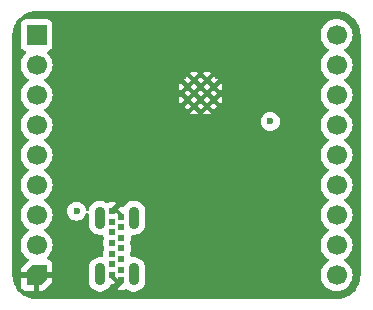
<source format=gbr>
%TF.GenerationSoftware,KiCad,Pcbnew,8.0.4*%
%TF.CreationDate,2024-07-30T11:12:02-04:00*%
%TF.ProjectId,esp32-c3-wroom-socket,65737033-322d-4633-932d-77726f6f6d2d,rev?*%
%TF.SameCoordinates,Original*%
%TF.FileFunction,Copper,L2,Inr*%
%TF.FilePolarity,Positive*%
%FSLAX46Y46*%
G04 Gerber Fmt 4.6, Leading zero omitted, Abs format (unit mm)*
G04 Created by KiCad (PCBNEW 8.0.4) date 2024-07-30 11:12:02*
%MOMM*%
%LPD*%
G01*
G04 APERTURE LIST*
G04 Aperture macros list*
%AMOutline5P*
0 Free polygon, 5 corners , with rotation*
0 The origin of the aperture is its center*
0 number of corners: always 5*
0 $1 to $10 corner X, Y*
0 $11 Rotation angle, in degrees counterclockwise*
0 create outline with 5 corners*
4,1,5,$1,$2,$3,$4,$5,$6,$7,$8,$9,$10,$1,$2,$11*%
%AMOutline6P*
0 Free polygon, 6 corners , with rotation*
0 The origin of the aperture is its center*
0 number of corners: always 6*
0 $1 to $12 corner X, Y*
0 $13 Rotation angle, in degrees counterclockwise*
0 create outline with 6 corners*
4,1,6,$1,$2,$3,$4,$5,$6,$7,$8,$9,$10,$11,$12,$1,$2,$13*%
%AMOutline7P*
0 Free polygon, 7 corners , with rotation*
0 The origin of the aperture is its center*
0 number of corners: always 7*
0 $1 to $14 corner X, Y*
0 $15 Rotation angle, in degrees counterclockwise*
0 create outline with 7 corners*
4,1,7,$1,$2,$3,$4,$5,$6,$7,$8,$9,$10,$11,$12,$13,$14,$1,$2,$15*%
%AMOutline8P*
0 Free polygon, 8 corners , with rotation*
0 The origin of the aperture is its center*
0 number of corners: always 8*
0 $1 to $16 corner X, Y*
0 $17 Rotation angle, in degrees counterclockwise*
0 create outline with 8 corners*
4,1,8,$1,$2,$3,$4,$5,$6,$7,$8,$9,$10,$11,$12,$13,$14,$15,$16,$1,$2,$17*%
G04 Aperture macros list end*
%TA.AperFunction,ComponentPad*%
%ADD10C,0.400000*%
%TD*%
%TA.AperFunction,ComponentPad*%
%ADD11C,0.609600*%
%TD*%
%TA.AperFunction,ComponentPad*%
%ADD12O,0.914400X1.905000*%
%TD*%
%TA.AperFunction,ComponentPad*%
%ADD13R,1.700000X1.700000*%
%TD*%
%TA.AperFunction,ComponentPad*%
%ADD14C,1.700000*%
%TD*%
%TA.AperFunction,ComponentPad*%
%ADD15Outline6P,-0.850000X0.340000X-0.340000X0.850000X0.850000X0.850000X0.850000X-0.340000X0.340000X-0.850000X-0.850000X-0.850000X0.000000*%
%TD*%
%TA.AperFunction,ViaPad*%
%ADD16C,0.600000*%
%TD*%
G04 APERTURE END LIST*
D10*
%TO.N,GND*%
%TO.C,U1*%
X157350000Y-63300000D03*
X158450000Y-63300000D03*
X156800000Y-63850000D03*
X157900000Y-63850000D03*
X159000000Y-63850000D03*
X157350000Y-64400000D03*
X158450000Y-64400000D03*
X156800000Y-64950000D03*
X157900000Y-64950000D03*
X159000000Y-64950000D03*
X157350000Y-65500000D03*
X158450000Y-65500000D03*
%TD*%
D11*
%TO.N,GND*%
%TO.C,J3*%
X150419999Y-79799999D03*
%TO.N,VBUS*%
X150419999Y-78899998D03*
%TO.N,Net-(J3-CC1)*%
X150419999Y-78000000D03*
%TO.N,USB_D+*%
X150419999Y-77099999D03*
%TO.N,USB_D-*%
X150419999Y-76199999D03*
%TO.N,VBUS*%
X150419999Y-75300000D03*
%TO.N,GND*%
X150419999Y-74400000D03*
X151200000Y-74850000D03*
%TO.N,VBUS*%
X151200000Y-75750000D03*
%TO.N,Net-(J3-CC2)*%
X151200000Y-76650000D03*
%TO.N,USB_D+*%
X151200000Y-77550000D03*
%TO.N,USB_D-*%
X151200000Y-78450000D03*
%TO.N,VBUS*%
X151200000Y-79350000D03*
%TO.N,GND*%
X151200000Y-80250000D03*
D12*
%TO.N,N/C*%
X149379999Y-79749999D03*
X152239999Y-79749999D03*
X149379999Y-74950000D03*
X152239999Y-74950000D03*
%TD*%
D13*
%TO.N,3V3*%
%TO.C,J2*%
X144010000Y-59480000D03*
D14*
%TO.N,EN*%
X144010000Y-62020000D03*
%TO.N,GPIO4*%
X144010000Y-64560000D03*
%TO.N,GPIO5*%
X144010000Y-67100000D03*
%TO.N,GPIO6*%
X144010000Y-69640000D03*
%TO.N,GPIO7*%
X144010000Y-72180000D03*
%TO.N,GPIO8*%
X144010000Y-74720000D03*
%TO.N,GPIO9*%
X144010000Y-77260000D03*
D15*
%TO.N,GND*%
X144010000Y-79800000D03*
D14*
%TO.N,GPIO10*%
X169410000Y-79800000D03*
%TO.N,UART-RX*%
X169410000Y-77260000D03*
%TO.N,UART-TX*%
X169410000Y-74720000D03*
%TO.N,USB_D-*%
X169410000Y-72180000D03*
%TO.N,USB_D+*%
X169410000Y-69640000D03*
%TO.N,GPIO3*%
X169410000Y-67100000D03*
%TO.N,GPIO2*%
X169410000Y-64560000D03*
%TO.N,GPIO1*%
X169410000Y-62020000D03*
%TO.N,GPIO0*%
X169410000Y-59480000D03*
%TD*%
D16*
%TO.N,GND*%
X163600000Y-75600000D03*
X151800000Y-64200000D03*
%TO.N,VBUS*%
X147400000Y-74400000D03*
%TO.N,USB_D-*%
X163800000Y-66800000D03*
%TD*%
%TA.AperFunction,Conductor*%
%TO.N,GND*%
G36*
X169414042Y-57440765D02*
G01*
X169436774Y-57442254D01*
X169668114Y-57457417D01*
X169684172Y-57459532D01*
X169929888Y-57508408D01*
X169945554Y-57512606D01*
X170096709Y-57563916D01*
X170182788Y-57593136D01*
X170197765Y-57599339D01*
X170415336Y-57706633D01*
X170422460Y-57710146D01*
X170436508Y-57718256D01*
X170644815Y-57857443D01*
X170657679Y-57867314D01*
X170846033Y-58032497D01*
X170857502Y-58043966D01*
X171022685Y-58232320D01*
X171032558Y-58245186D01*
X171050778Y-58272455D01*
X171171743Y-58453492D01*
X171179853Y-58467539D01*
X171290657Y-58692227D01*
X171296864Y-58707213D01*
X171377393Y-58944445D01*
X171381591Y-58960111D01*
X171430465Y-59205813D01*
X171432583Y-59221895D01*
X171449235Y-59475956D01*
X171449500Y-59484066D01*
X171449500Y-79795933D01*
X171449235Y-79804043D01*
X171432583Y-80058104D01*
X171430465Y-80074186D01*
X171381591Y-80319888D01*
X171377393Y-80335554D01*
X171296864Y-80572786D01*
X171290657Y-80587772D01*
X171179853Y-80812460D01*
X171171743Y-80826507D01*
X171032559Y-81034811D01*
X171022685Y-81047679D01*
X170857502Y-81236033D01*
X170846033Y-81247502D01*
X170657679Y-81412685D01*
X170644811Y-81422559D01*
X170436507Y-81561743D01*
X170422460Y-81569853D01*
X170197772Y-81680657D01*
X170182786Y-81686864D01*
X169945554Y-81767393D01*
X169929888Y-81771591D01*
X169684186Y-81820465D01*
X169668104Y-81822583D01*
X169414043Y-81839235D01*
X169405933Y-81839500D01*
X144014067Y-81839500D01*
X144005957Y-81839235D01*
X143751895Y-81822583D01*
X143735814Y-81820465D01*
X143700770Y-81813494D01*
X143490111Y-81771591D01*
X143474445Y-81767393D01*
X143237213Y-81686864D01*
X143222227Y-81680657D01*
X142997539Y-81569853D01*
X142983492Y-81561743D01*
X142775188Y-81422559D01*
X142762320Y-81412685D01*
X142573966Y-81247502D01*
X142562497Y-81236033D01*
X142481433Y-81143598D01*
X142397311Y-81047675D01*
X142387440Y-81034811D01*
X142385893Y-81032496D01*
X142248256Y-80826507D01*
X142240146Y-80812460D01*
X142170584Y-80671402D01*
X142129339Y-80587765D01*
X142123135Y-80572786D01*
X142106796Y-80524654D01*
X142096970Y-80495705D01*
X142042606Y-80335554D01*
X142038408Y-80319888D01*
X142027224Y-80263663D01*
X141989532Y-80074172D01*
X141987417Y-80058114D01*
X141970765Y-79804042D01*
X141970500Y-79795933D01*
X141970500Y-62019999D01*
X142654341Y-62019999D01*
X142654341Y-62020000D01*
X142674936Y-62255403D01*
X142674938Y-62255413D01*
X142736094Y-62483655D01*
X142736096Y-62483659D01*
X142736097Y-62483663D01*
X142829607Y-62684196D01*
X142835965Y-62697830D01*
X142835967Y-62697834D01*
X142971501Y-62891395D01*
X142971506Y-62891402D01*
X143138597Y-63058493D01*
X143138603Y-63058498D01*
X143324158Y-63188425D01*
X143367783Y-63243002D01*
X143374977Y-63312500D01*
X143343454Y-63374855D01*
X143324158Y-63391575D01*
X143138597Y-63521505D01*
X142971505Y-63688597D01*
X142835965Y-63882169D01*
X142835964Y-63882171D01*
X142736098Y-64096335D01*
X142736094Y-64096344D01*
X142674938Y-64324586D01*
X142674936Y-64324596D01*
X142654341Y-64559999D01*
X142654341Y-64560000D01*
X142674936Y-64795403D01*
X142674938Y-64795413D01*
X142736094Y-65023655D01*
X142736096Y-65023659D01*
X142736097Y-65023663D01*
X142826325Y-65217157D01*
X142835965Y-65237830D01*
X142835967Y-65237834D01*
X142971501Y-65431395D01*
X142971506Y-65431402D01*
X143138597Y-65598493D01*
X143138603Y-65598498D01*
X143324158Y-65728425D01*
X143367783Y-65783002D01*
X143374977Y-65852500D01*
X143343454Y-65914855D01*
X143324158Y-65931575D01*
X143138597Y-66061505D01*
X142971505Y-66228597D01*
X142835965Y-66422169D01*
X142835964Y-66422171D01*
X142736098Y-66636335D01*
X142736094Y-66636344D01*
X142674938Y-66864586D01*
X142674936Y-66864596D01*
X142654341Y-67099999D01*
X142654341Y-67100000D01*
X142674936Y-67335403D01*
X142674938Y-67335413D01*
X142736094Y-67563655D01*
X142736096Y-67563659D01*
X142736097Y-67563663D01*
X142835965Y-67777830D01*
X142835967Y-67777834D01*
X142971501Y-67971395D01*
X142971506Y-67971402D01*
X143138597Y-68138493D01*
X143138603Y-68138498D01*
X143324158Y-68268425D01*
X143367783Y-68323002D01*
X143374977Y-68392500D01*
X143343454Y-68454855D01*
X143324158Y-68471575D01*
X143138597Y-68601505D01*
X142971505Y-68768597D01*
X142835965Y-68962169D01*
X142835964Y-68962171D01*
X142736098Y-69176335D01*
X142736094Y-69176344D01*
X142674938Y-69404586D01*
X142674936Y-69404596D01*
X142654341Y-69639999D01*
X142654341Y-69640000D01*
X142674936Y-69875403D01*
X142674938Y-69875413D01*
X142736094Y-70103655D01*
X142736096Y-70103659D01*
X142736097Y-70103663D01*
X142835965Y-70317830D01*
X142835967Y-70317834D01*
X142971501Y-70511395D01*
X142971506Y-70511402D01*
X143138597Y-70678493D01*
X143138603Y-70678498D01*
X143324158Y-70808425D01*
X143367783Y-70863002D01*
X143374977Y-70932500D01*
X143343454Y-70994855D01*
X143324158Y-71011575D01*
X143138597Y-71141505D01*
X142971505Y-71308597D01*
X142835965Y-71502169D01*
X142835964Y-71502171D01*
X142736098Y-71716335D01*
X142736094Y-71716344D01*
X142674938Y-71944586D01*
X142674936Y-71944596D01*
X142654341Y-72179999D01*
X142654341Y-72180000D01*
X142674936Y-72415403D01*
X142674938Y-72415413D01*
X142736094Y-72643655D01*
X142736096Y-72643659D01*
X142736097Y-72643663D01*
X142835965Y-72857830D01*
X142835967Y-72857834D01*
X142971501Y-73051395D01*
X142971506Y-73051402D01*
X143138597Y-73218493D01*
X143138603Y-73218498D01*
X143324158Y-73348425D01*
X143367783Y-73403002D01*
X143374977Y-73472500D01*
X143343454Y-73534855D01*
X143324158Y-73551575D01*
X143138597Y-73681505D01*
X142971505Y-73848597D01*
X142835965Y-74042169D01*
X142835964Y-74042171D01*
X142736098Y-74256335D01*
X142736094Y-74256344D01*
X142674938Y-74484586D01*
X142674936Y-74484596D01*
X142654341Y-74719999D01*
X142654341Y-74720000D01*
X142674936Y-74955403D01*
X142674938Y-74955413D01*
X142736094Y-75183655D01*
X142736096Y-75183659D01*
X142736097Y-75183663D01*
X142835965Y-75397830D01*
X142835967Y-75397834D01*
X142971501Y-75591395D01*
X142971506Y-75591402D01*
X143138597Y-75758493D01*
X143138603Y-75758498D01*
X143324158Y-75888425D01*
X143367783Y-75943002D01*
X143374977Y-76012500D01*
X143343454Y-76074855D01*
X143324158Y-76091575D01*
X143138597Y-76221505D01*
X142971505Y-76388597D01*
X142835965Y-76582169D01*
X142835964Y-76582171D01*
X142736098Y-76796335D01*
X142736094Y-76796344D01*
X142674938Y-77024586D01*
X142674936Y-77024596D01*
X142654341Y-77259999D01*
X142654341Y-77260000D01*
X142674936Y-77495403D01*
X142674938Y-77495413D01*
X142736094Y-77723655D01*
X142736096Y-77723659D01*
X142736097Y-77723663D01*
X142819079Y-77901618D01*
X142835965Y-77937830D01*
X142835967Y-77937834D01*
X142925692Y-78065973D01*
X142971505Y-78131401D01*
X143138599Y-78298495D01*
X143297395Y-78409685D01*
X143341019Y-78464262D01*
X143348212Y-78533761D01*
X143316690Y-78596115D01*
X143313952Y-78598941D01*
X142777504Y-79135389D01*
X142777492Y-79135403D01*
X142725570Y-79202241D01*
X142725570Y-79202242D01*
X142670549Y-79335075D01*
X142660000Y-79419058D01*
X142660000Y-79550000D01*
X143576988Y-79550000D01*
X143544075Y-79607007D01*
X143510000Y-79734174D01*
X143510000Y-79865826D01*
X143544075Y-79992993D01*
X143576988Y-80050000D01*
X142660000Y-80050000D01*
X142660000Y-80697844D01*
X142666401Y-80757372D01*
X142666403Y-80757379D01*
X142716645Y-80892086D01*
X142716649Y-80892093D01*
X142802809Y-81007187D01*
X142802812Y-81007190D01*
X142917906Y-81093350D01*
X142917913Y-81093354D01*
X143052620Y-81143596D01*
X143052627Y-81143598D01*
X143112155Y-81149999D01*
X143112172Y-81150000D01*
X143760000Y-81150000D01*
X143760000Y-80233012D01*
X143817007Y-80265925D01*
X143944174Y-80300000D01*
X144075826Y-80300000D01*
X144202993Y-80265925D01*
X144260000Y-80233012D01*
X144260000Y-81150000D01*
X144390942Y-81150000D01*
X144390943Y-81149999D01*
X144474925Y-81139450D01*
X144607758Y-81084429D01*
X144674596Y-81032507D01*
X144674609Y-81032496D01*
X145242496Y-80464609D01*
X145242507Y-80464596D01*
X145294429Y-80397758D01*
X145294429Y-80397757D01*
X145349450Y-80264924D01*
X145359999Y-80180941D01*
X145360000Y-80180935D01*
X145360000Y-80050000D01*
X144443012Y-80050000D01*
X144475925Y-79992993D01*
X144510000Y-79865826D01*
X144510000Y-79734174D01*
X144475925Y-79607007D01*
X144443012Y-79550000D01*
X145360000Y-79550000D01*
X145360000Y-78902172D01*
X145359999Y-78902155D01*
X145353598Y-78842627D01*
X145353596Y-78842620D01*
X145303354Y-78707913D01*
X145303350Y-78707906D01*
X145217190Y-78592812D01*
X145217187Y-78592809D01*
X145102093Y-78506649D01*
X145102088Y-78506646D01*
X144970528Y-78457577D01*
X144914595Y-78415705D01*
X144890178Y-78350241D01*
X144905030Y-78281968D01*
X144926175Y-78253720D01*
X145048495Y-78131401D01*
X145184035Y-77937830D01*
X145283903Y-77723663D01*
X145345063Y-77495408D01*
X145365659Y-77260000D01*
X145345063Y-77024592D01*
X145283903Y-76796337D01*
X145184035Y-76582171D01*
X145153397Y-76538414D01*
X145048494Y-76388597D01*
X144881402Y-76221506D01*
X144881396Y-76221501D01*
X144695842Y-76091575D01*
X144652217Y-76036998D01*
X144645023Y-75967500D01*
X144676546Y-75905145D01*
X144695842Y-75888425D01*
X144718026Y-75872891D01*
X144881401Y-75758495D01*
X145048495Y-75591401D01*
X145184035Y-75397830D01*
X145283903Y-75183663D01*
X145345063Y-74955408D01*
X145365659Y-74720000D01*
X145345063Y-74484592D01*
X145322396Y-74399996D01*
X146594435Y-74399996D01*
X146594435Y-74400003D01*
X146614630Y-74579249D01*
X146614631Y-74579254D01*
X146674211Y-74749523D01*
X146770184Y-74902262D01*
X146897738Y-75029816D01*
X147050478Y-75125789D01*
X147215850Y-75183655D01*
X147220745Y-75185368D01*
X147220750Y-75185369D01*
X147399996Y-75205565D01*
X147400000Y-75205565D01*
X147400004Y-75205565D01*
X147579249Y-75185369D01*
X147579252Y-75185368D01*
X147579255Y-75185368D01*
X147749522Y-75125789D01*
X147902262Y-75029816D01*
X148029816Y-74902262D01*
X148125789Y-74749522D01*
X148181257Y-74591004D01*
X148221979Y-74534227D01*
X148286932Y-74508480D01*
X148355493Y-74521936D01*
X148405896Y-74570323D01*
X148422299Y-74631958D01*
X148422299Y-75539629D01*
X148459101Y-75724643D01*
X148459104Y-75724655D01*
X148531292Y-75898934D01*
X148531299Y-75898947D01*
X148636104Y-76055797D01*
X148636107Y-76055801D01*
X148769497Y-76189191D01*
X148769501Y-76189194D01*
X148926351Y-76293999D01*
X148926364Y-76294006D01*
X149092722Y-76362913D01*
X149100648Y-76366196D01*
X149273548Y-76400588D01*
X149285669Y-76402999D01*
X149285672Y-76403000D01*
X149285674Y-76403000D01*
X149474324Y-76403000D01*
X149521558Y-76393604D01*
X149591147Y-76399830D01*
X149646325Y-76442692D01*
X149662791Y-76474266D01*
X149689857Y-76551618D01*
X149710222Y-76584029D01*
X149729221Y-76651266D01*
X149710222Y-76715969D01*
X149689857Y-76748379D01*
X149629920Y-76919669D01*
X149629919Y-76919674D01*
X149609603Y-77099995D01*
X149609603Y-77100002D01*
X149629919Y-77280323D01*
X149629921Y-77280331D01*
X149689857Y-77451619D01*
X149710221Y-77484028D01*
X149729221Y-77551264D01*
X149710222Y-77615969D01*
X149689858Y-77648378D01*
X149629920Y-77819670D01*
X149629919Y-77819675D01*
X149609603Y-77999996D01*
X149609603Y-78000004D01*
X149627937Y-78162732D01*
X149615882Y-78231554D01*
X149568533Y-78282933D01*
X149500922Y-78300557D01*
X149480525Y-78298232D01*
X149474326Y-78296999D01*
X149474324Y-78296999D01*
X149285674Y-78296999D01*
X149285671Y-78296999D01*
X149100655Y-78333801D01*
X149100643Y-78333804D01*
X148926364Y-78405992D01*
X148926351Y-78405999D01*
X148769501Y-78510804D01*
X148769497Y-78510807D01*
X148636107Y-78644197D01*
X148636104Y-78644201D01*
X148531299Y-78801051D01*
X148531292Y-78801064D01*
X148459104Y-78975343D01*
X148459101Y-78975355D01*
X148422299Y-79160369D01*
X148422299Y-80339628D01*
X148459101Y-80524642D01*
X148459104Y-80524654D01*
X148531292Y-80698933D01*
X148531299Y-80698946D01*
X148636104Y-80855796D01*
X148636107Y-80855800D01*
X148769497Y-80989190D01*
X148769501Y-80989193D01*
X148926351Y-81093998D01*
X148926364Y-81094005D01*
X149100643Y-81166193D01*
X149100648Y-81166195D01*
X149285669Y-81202998D01*
X149285672Y-81202999D01*
X149285674Y-81202999D01*
X149474326Y-81202999D01*
X149474327Y-81202998D01*
X149659350Y-81166195D01*
X149833640Y-81094002D01*
X149990497Y-80989193D01*
X150123893Y-80855797D01*
X150228702Y-80698940D01*
X150236760Y-80679485D01*
X150280599Y-80625083D01*
X150346892Y-80603016D01*
X150365206Y-80603717D01*
X150426506Y-80610624D01*
X150427336Y-80610671D01*
X150479857Y-80616588D01*
X150681446Y-80415000D01*
X150681446Y-80414999D01*
X150374018Y-80107571D01*
X150340533Y-80046248D01*
X150337699Y-80019890D01*
X150337699Y-79985851D01*
X150379580Y-80003199D01*
X150460418Y-80003199D01*
X150535103Y-79972264D01*
X150592264Y-79915103D01*
X150602214Y-79891081D01*
X150694725Y-79983592D01*
X150694731Y-79983597D01*
X150848374Y-80080138D01*
X150848377Y-80080140D01*
X150848381Y-80080141D01*
X150848382Y-80080142D01*
X150925158Y-80107007D01*
X151019670Y-80140078D01*
X151019675Y-80140079D01*
X151025324Y-80140715D01*
X150996800Y-80209581D01*
X150996800Y-80290419D01*
X151027735Y-80365104D01*
X151084896Y-80422265D01*
X151159581Y-80453200D01*
X151240419Y-80453200D01*
X151299259Y-80428828D01*
X151293275Y-80495705D01*
X151265566Y-80537985D01*
X150833410Y-80970141D01*
X150848597Y-80979685D01*
X150848601Y-80979687D01*
X151019784Y-81039587D01*
X151199997Y-81059892D01*
X151200003Y-81059892D01*
X151380214Y-81039587D01*
X151534919Y-80985453D01*
X151604698Y-80981891D01*
X151644764Y-80999391D01*
X151786358Y-81094002D01*
X151786360Y-81094003D01*
X151786364Y-81094005D01*
X151960643Y-81166193D01*
X151960648Y-81166195D01*
X152145669Y-81202998D01*
X152145672Y-81202999D01*
X152145674Y-81202999D01*
X152334326Y-81202999D01*
X152334327Y-81202998D01*
X152519350Y-81166195D01*
X152693640Y-81094002D01*
X152850497Y-80989193D01*
X152983893Y-80855797D01*
X153088702Y-80698940D01*
X153160895Y-80524650D01*
X153197699Y-80339624D01*
X153197699Y-79160374D01*
X153197699Y-79160371D01*
X153197698Y-79160369D01*
X153190100Y-79122171D01*
X153160895Y-78975348D01*
X153130578Y-78902155D01*
X153088705Y-78801064D01*
X153088698Y-78801051D01*
X152983893Y-78644201D01*
X152983890Y-78644197D01*
X152850500Y-78510807D01*
X152850496Y-78510804D01*
X152693646Y-78405999D01*
X152693633Y-78405992D01*
X152519354Y-78333804D01*
X152519342Y-78333801D01*
X152334327Y-78296999D01*
X152334324Y-78296999D01*
X152145674Y-78296999D01*
X152114796Y-78303141D01*
X152045205Y-78296912D01*
X151990028Y-78254049D01*
X151973565Y-78222480D01*
X151930142Y-78098382D01*
X151909778Y-78065973D01*
X151890777Y-77998737D01*
X151909778Y-77934027D01*
X151930142Y-77901618D01*
X151990077Y-77730332D01*
X151990078Y-77730330D01*
X151990829Y-77723664D01*
X152010396Y-77550003D01*
X152010396Y-77549996D01*
X151990079Y-77369675D01*
X151990077Y-77369667D01*
X151930142Y-77198381D01*
X151909778Y-77165973D01*
X151890777Y-77098737D01*
X151909778Y-77034027D01*
X151930142Y-77001618D01*
X151990077Y-76830332D01*
X151990078Y-76830330D01*
X151990079Y-76830324D01*
X152010396Y-76650003D01*
X152010396Y-76649997D01*
X152002963Y-76584029D01*
X151997823Y-76538412D01*
X152009877Y-76469592D01*
X152057226Y-76418213D01*
X152124836Y-76400588D01*
X152145236Y-76402912D01*
X152145674Y-76403000D01*
X152334326Y-76403000D01*
X152334327Y-76402999D01*
X152519350Y-76366196D01*
X152693640Y-76294003D01*
X152850497Y-76189194D01*
X152983893Y-76055798D01*
X153088702Y-75898941D01*
X153160895Y-75724651D01*
X153197699Y-75539625D01*
X153197699Y-74360375D01*
X153197699Y-74360372D01*
X153197698Y-74360370D01*
X153182685Y-74284896D01*
X153160895Y-74175349D01*
X153155610Y-74162590D01*
X153088705Y-74001065D01*
X153088698Y-74001052D01*
X152983893Y-73844202D01*
X152983890Y-73844198D01*
X152850500Y-73710808D01*
X152850496Y-73710805D01*
X152693646Y-73606000D01*
X152693633Y-73605993D01*
X152519354Y-73533805D01*
X152519342Y-73533802D01*
X152334327Y-73497000D01*
X152334324Y-73497000D01*
X152145674Y-73497000D01*
X152145671Y-73497000D01*
X151960655Y-73533802D01*
X151960643Y-73533805D01*
X151786364Y-73605993D01*
X151786351Y-73606000D01*
X151629501Y-73710805D01*
X151629497Y-73710808D01*
X151496107Y-73844198D01*
X151496104Y-73844202D01*
X151395588Y-73994635D01*
X151341976Y-74039440D01*
X151278602Y-74048964D01*
X151193502Y-74039375D01*
X151192655Y-74039328D01*
X151140140Y-74033411D01*
X150938553Y-74234999D01*
X151245980Y-74542426D01*
X151279465Y-74603749D01*
X151282299Y-74630107D01*
X151282299Y-74664146D01*
X151240419Y-74646800D01*
X151159581Y-74646800D01*
X151084896Y-74677735D01*
X151027735Y-74734896D01*
X151017784Y-74758918D01*
X150925273Y-74666407D01*
X150925267Y-74666402D01*
X150771624Y-74569861D01*
X150771621Y-74569859D01*
X150600328Y-74509921D01*
X150600324Y-74509920D01*
X150594674Y-74509283D01*
X150623199Y-74440419D01*
X150623199Y-74359581D01*
X150592264Y-74284896D01*
X150535103Y-74227735D01*
X150460418Y-74196800D01*
X150379580Y-74196800D01*
X150312894Y-74224421D01*
X150318427Y-74162590D01*
X150346136Y-74120308D01*
X150419999Y-74046446D01*
X150786586Y-73679857D01*
X150786587Y-73679857D01*
X150771395Y-73670312D01*
X150600214Y-73610412D01*
X150420002Y-73590108D01*
X150419996Y-73590108D01*
X150239786Y-73610412D01*
X150068597Y-73670313D01*
X150065151Y-73672479D01*
X150062612Y-73673196D01*
X150062328Y-73673333D01*
X150062304Y-73673283D01*
X149997913Y-73691472D01*
X149931079Y-73671099D01*
X149930298Y-73670581D01*
X149833646Y-73606000D01*
X149833633Y-73605993D01*
X149659354Y-73533805D01*
X149659342Y-73533802D01*
X149474327Y-73497000D01*
X149474324Y-73497000D01*
X149285674Y-73497000D01*
X149285671Y-73497000D01*
X149100655Y-73533802D01*
X149100643Y-73533805D01*
X148926364Y-73605993D01*
X148926351Y-73606000D01*
X148769501Y-73710805D01*
X148769497Y-73710808D01*
X148636107Y-73844198D01*
X148636104Y-73844202D01*
X148531299Y-74001052D01*
X148531292Y-74001065D01*
X148459104Y-74175344D01*
X148459101Y-74175354D01*
X148436648Y-74288234D01*
X148404263Y-74350145D01*
X148343547Y-74384719D01*
X148273778Y-74380979D01*
X148217106Y-74340112D01*
X148191811Y-74277925D01*
X148185369Y-74220750D01*
X148185368Y-74220745D01*
X148169483Y-74175349D01*
X148125789Y-74050478D01*
X148120569Y-74042171D01*
X148029815Y-73897737D01*
X147902262Y-73770184D01*
X147749523Y-73674211D01*
X147579254Y-73614631D01*
X147579249Y-73614630D01*
X147400004Y-73594435D01*
X147399996Y-73594435D01*
X147220750Y-73614630D01*
X147220745Y-73614631D01*
X147050476Y-73674211D01*
X146897737Y-73770184D01*
X146770184Y-73897737D01*
X146674211Y-74050476D01*
X146614631Y-74220745D01*
X146614630Y-74220750D01*
X146594435Y-74399996D01*
X145322396Y-74399996D01*
X145283903Y-74256337D01*
X145184035Y-74042171D01*
X145182078Y-74039375D01*
X145048494Y-73848597D01*
X144881402Y-73681506D01*
X144881396Y-73681501D01*
X144695842Y-73551575D01*
X144652217Y-73496998D01*
X144645023Y-73427500D01*
X144676546Y-73365145D01*
X144695842Y-73348425D01*
X144718026Y-73332891D01*
X144881401Y-73218495D01*
X145048495Y-73051401D01*
X145184035Y-72857830D01*
X145283903Y-72643663D01*
X145345063Y-72415408D01*
X145365659Y-72180000D01*
X145345063Y-71944592D01*
X145283903Y-71716337D01*
X145184035Y-71502171D01*
X145048495Y-71308599D01*
X145048494Y-71308597D01*
X144881402Y-71141506D01*
X144881396Y-71141501D01*
X144695842Y-71011575D01*
X144652217Y-70956998D01*
X144645023Y-70887500D01*
X144676546Y-70825145D01*
X144695842Y-70808425D01*
X144718026Y-70792891D01*
X144881401Y-70678495D01*
X145048495Y-70511401D01*
X145184035Y-70317830D01*
X145283903Y-70103663D01*
X145345063Y-69875408D01*
X145365659Y-69640000D01*
X145345063Y-69404592D01*
X145283903Y-69176337D01*
X145184035Y-68962171D01*
X145048495Y-68768599D01*
X145048494Y-68768597D01*
X144881402Y-68601506D01*
X144881396Y-68601501D01*
X144695842Y-68471575D01*
X144652217Y-68416998D01*
X144645023Y-68347500D01*
X144676546Y-68285145D01*
X144695842Y-68268425D01*
X144718026Y-68252891D01*
X144881401Y-68138495D01*
X145048495Y-67971401D01*
X145184035Y-67777830D01*
X145283903Y-67563663D01*
X145345063Y-67335408D01*
X145365659Y-67100000D01*
X145345063Y-66864592D01*
X145327755Y-66799996D01*
X162994435Y-66799996D01*
X162994435Y-66800003D01*
X163014630Y-66979249D01*
X163014631Y-66979254D01*
X163074211Y-67149523D01*
X163170184Y-67302262D01*
X163297738Y-67429816D01*
X163450478Y-67525789D01*
X163558693Y-67563655D01*
X163620745Y-67585368D01*
X163620750Y-67585369D01*
X163799996Y-67605565D01*
X163800000Y-67605565D01*
X163800004Y-67605565D01*
X163979249Y-67585369D01*
X163979252Y-67585368D01*
X163979255Y-67585368D01*
X164149522Y-67525789D01*
X164302262Y-67429816D01*
X164429816Y-67302262D01*
X164525789Y-67149522D01*
X164585368Y-66979255D01*
X164598287Y-66864596D01*
X164605565Y-66800003D01*
X164605565Y-66799996D01*
X164585369Y-66620750D01*
X164585368Y-66620745D01*
X164525788Y-66450476D01*
X164429815Y-66297737D01*
X164302262Y-66170184D01*
X164149523Y-66074211D01*
X163979254Y-66014631D01*
X163979249Y-66014630D01*
X163800004Y-65994435D01*
X163799996Y-65994435D01*
X163620750Y-66014630D01*
X163620745Y-66014631D01*
X163450476Y-66074211D01*
X163297737Y-66170184D01*
X163170184Y-66297737D01*
X163074211Y-66450476D01*
X163014631Y-66620745D01*
X163014630Y-66620750D01*
X162994435Y-66799996D01*
X145327755Y-66799996D01*
X145283903Y-66636337D01*
X145184035Y-66422171D01*
X145096907Y-66297738D01*
X145048494Y-66228597D01*
X144935697Y-66115801D01*
X157017039Y-66115801D01*
X157099955Y-66159318D01*
X157265006Y-66200000D01*
X157434994Y-66200000D01*
X157600044Y-66159318D01*
X157682959Y-66115801D01*
X158117039Y-66115801D01*
X158199955Y-66159318D01*
X158365006Y-66200000D01*
X158534994Y-66200000D01*
X158700044Y-66159318D01*
X158782959Y-66115801D01*
X158450001Y-65782843D01*
X158450000Y-65782843D01*
X158117039Y-66115801D01*
X157682959Y-66115801D01*
X157350001Y-65782843D01*
X157350000Y-65782843D01*
X157017039Y-66115801D01*
X144935697Y-66115801D01*
X144881402Y-66061506D01*
X144881396Y-66061501D01*
X144695842Y-65931575D01*
X144652217Y-65876998D01*
X144645023Y-65807500D01*
X144676546Y-65745145D01*
X144695842Y-65728425D01*
X144840457Y-65627164D01*
X144881401Y-65598495D01*
X144914095Y-65565801D01*
X156467039Y-65565801D01*
X156549953Y-65609317D01*
X156589193Y-65618989D01*
X156649574Y-65654144D01*
X156675461Y-65695414D01*
X156725629Y-65827694D01*
X156731277Y-65835878D01*
X157067157Y-65500000D01*
X157067157Y-65499999D01*
X157037321Y-65470163D01*
X157200000Y-65470163D01*
X157200000Y-65529837D01*
X157222836Y-65584968D01*
X157265032Y-65627164D01*
X157320163Y-65650000D01*
X157379837Y-65650000D01*
X157434968Y-65627164D01*
X157477164Y-65584968D01*
X157500000Y-65529837D01*
X157500000Y-65500000D01*
X157632843Y-65500000D01*
X157900000Y-65767157D01*
X158167157Y-65500000D01*
X158137320Y-65470163D01*
X158300000Y-65470163D01*
X158300000Y-65529837D01*
X158322836Y-65584968D01*
X158365032Y-65627164D01*
X158420163Y-65650000D01*
X158479837Y-65650000D01*
X158534968Y-65627164D01*
X158577164Y-65584968D01*
X158600000Y-65529837D01*
X158600000Y-65500000D01*
X158732843Y-65500000D01*
X159068721Y-65835879D01*
X159074371Y-65827693D01*
X159124538Y-65695415D01*
X159166716Y-65639712D01*
X159210807Y-65618989D01*
X159250043Y-65609318D01*
X159332959Y-65565801D01*
X159000000Y-65232843D01*
X158732843Y-65500000D01*
X158600000Y-65500000D01*
X158600000Y-65470163D01*
X158577164Y-65415032D01*
X158534968Y-65372836D01*
X158479837Y-65350000D01*
X158420163Y-65350000D01*
X158365032Y-65372836D01*
X158322836Y-65415032D01*
X158300000Y-65470163D01*
X158137320Y-65470163D01*
X157900000Y-65232843D01*
X157632843Y-65500000D01*
X157500000Y-65500000D01*
X157500000Y-65470163D01*
X157477164Y-65415032D01*
X157434968Y-65372836D01*
X157379837Y-65350000D01*
X157320163Y-65350000D01*
X157265032Y-65372836D01*
X157222836Y-65415032D01*
X157200000Y-65470163D01*
X157037321Y-65470163D01*
X156800001Y-65232843D01*
X156800000Y-65232843D01*
X156467039Y-65565801D01*
X144914095Y-65565801D01*
X145048495Y-65431401D01*
X145184035Y-65237830D01*
X145283903Y-65023663D01*
X145303641Y-64949999D01*
X156094859Y-64949999D01*
X156094859Y-64950000D01*
X156115348Y-65118748D01*
X156115349Y-65118751D01*
X156175629Y-65277694D01*
X156181277Y-65285878D01*
X156517157Y-64950000D01*
X156517157Y-64949999D01*
X156487321Y-64920163D01*
X156650000Y-64920163D01*
X156650000Y-64979837D01*
X156672836Y-65034968D01*
X156715032Y-65077164D01*
X156770163Y-65100000D01*
X156829837Y-65100000D01*
X156884968Y-65077164D01*
X156927164Y-65034968D01*
X156950000Y-64979837D01*
X156950000Y-64950000D01*
X157082843Y-64950000D01*
X157350000Y-65217157D01*
X157617157Y-64950000D01*
X157587320Y-64920163D01*
X157750000Y-64920163D01*
X157750000Y-64979837D01*
X157772836Y-65034968D01*
X157815032Y-65077164D01*
X157870163Y-65100000D01*
X157929837Y-65100000D01*
X157984968Y-65077164D01*
X158027164Y-65034968D01*
X158050000Y-64979837D01*
X158050000Y-64950000D01*
X158182843Y-64950000D01*
X158450000Y-65217157D01*
X158717157Y-64950000D01*
X158687320Y-64920163D01*
X158850000Y-64920163D01*
X158850000Y-64979837D01*
X158872836Y-65034968D01*
X158915032Y-65077164D01*
X158970163Y-65100000D01*
X159029837Y-65100000D01*
X159084968Y-65077164D01*
X159127164Y-65034968D01*
X159150000Y-64979837D01*
X159150000Y-64949999D01*
X159282843Y-64949999D01*
X159282843Y-64950001D01*
X159618721Y-65285879D01*
X159624370Y-65277694D01*
X159684650Y-65118751D01*
X159684651Y-65118748D01*
X159705141Y-64950000D01*
X159705141Y-64949999D01*
X159684651Y-64781251D01*
X159684650Y-64781245D01*
X159624371Y-64622305D01*
X159618722Y-64614120D01*
X159282843Y-64949999D01*
X159150000Y-64949999D01*
X159150000Y-64920163D01*
X159127164Y-64865032D01*
X159084968Y-64822836D01*
X159029837Y-64800000D01*
X158970163Y-64800000D01*
X158915032Y-64822836D01*
X158872836Y-64865032D01*
X158850000Y-64920163D01*
X158687320Y-64920163D01*
X158450000Y-64682843D01*
X158182843Y-64950000D01*
X158050000Y-64950000D01*
X158050000Y-64920163D01*
X158027164Y-64865032D01*
X157984968Y-64822836D01*
X157929837Y-64800000D01*
X157870163Y-64800000D01*
X157815032Y-64822836D01*
X157772836Y-64865032D01*
X157750000Y-64920163D01*
X157587320Y-64920163D01*
X157350000Y-64682843D01*
X157082843Y-64950000D01*
X156950000Y-64950000D01*
X156950000Y-64920163D01*
X156927164Y-64865032D01*
X156884968Y-64822836D01*
X156829837Y-64800000D01*
X156770163Y-64800000D01*
X156715032Y-64822836D01*
X156672836Y-64865032D01*
X156650000Y-64920163D01*
X156487321Y-64920163D01*
X156181277Y-64614119D01*
X156175629Y-64622303D01*
X156175628Y-64622306D01*
X156115349Y-64781245D01*
X156115348Y-64781251D01*
X156094859Y-64949999D01*
X145303641Y-64949999D01*
X145345063Y-64795408D01*
X145365659Y-64560000D01*
X145351660Y-64400000D01*
X156532843Y-64400000D01*
X156800000Y-64667157D01*
X157067157Y-64400000D01*
X157037320Y-64370163D01*
X157200000Y-64370163D01*
X157200000Y-64429837D01*
X157222836Y-64484968D01*
X157265032Y-64527164D01*
X157320163Y-64550000D01*
X157379837Y-64550000D01*
X157434968Y-64527164D01*
X157477164Y-64484968D01*
X157500000Y-64429837D01*
X157500000Y-64400000D01*
X157632843Y-64400000D01*
X157900000Y-64667157D01*
X158167157Y-64400000D01*
X158137320Y-64370163D01*
X158300000Y-64370163D01*
X158300000Y-64429837D01*
X158322836Y-64484968D01*
X158365032Y-64527164D01*
X158420163Y-64550000D01*
X158479837Y-64550000D01*
X158534968Y-64527164D01*
X158577164Y-64484968D01*
X158600000Y-64429837D01*
X158600000Y-64400000D01*
X158732843Y-64400000D01*
X159000000Y-64667157D01*
X159267157Y-64400000D01*
X159000000Y-64132843D01*
X158732843Y-64400000D01*
X158600000Y-64400000D01*
X158600000Y-64370163D01*
X158577164Y-64315032D01*
X158534968Y-64272836D01*
X158479837Y-64250000D01*
X158420163Y-64250000D01*
X158365032Y-64272836D01*
X158322836Y-64315032D01*
X158300000Y-64370163D01*
X158137320Y-64370163D01*
X157900000Y-64132843D01*
X157632843Y-64400000D01*
X157500000Y-64400000D01*
X157500000Y-64370163D01*
X157477164Y-64315032D01*
X157434968Y-64272836D01*
X157379837Y-64250000D01*
X157320163Y-64250000D01*
X157265032Y-64272836D01*
X157222836Y-64315032D01*
X157200000Y-64370163D01*
X157037320Y-64370163D01*
X156800000Y-64132843D01*
X156532843Y-64400000D01*
X145351660Y-64400000D01*
X145345063Y-64324592D01*
X145283903Y-64096337D01*
X145184035Y-63882171D01*
X145161510Y-63850001D01*
X145161509Y-63849999D01*
X156094859Y-63849999D01*
X156094859Y-63850000D01*
X156115348Y-64018748D01*
X156115349Y-64018751D01*
X156175629Y-64177694D01*
X156181277Y-64185878D01*
X156517157Y-63850000D01*
X156517157Y-63849999D01*
X156487321Y-63820163D01*
X156650000Y-63820163D01*
X156650000Y-63879837D01*
X156672836Y-63934968D01*
X156715032Y-63977164D01*
X156770163Y-64000000D01*
X156829837Y-64000000D01*
X156884968Y-63977164D01*
X156927164Y-63934968D01*
X156950000Y-63879837D01*
X156950000Y-63850000D01*
X157082843Y-63850000D01*
X157350000Y-64117157D01*
X157617157Y-63850000D01*
X157587320Y-63820163D01*
X157750000Y-63820163D01*
X157750000Y-63879837D01*
X157772836Y-63934968D01*
X157815032Y-63977164D01*
X157870163Y-64000000D01*
X157929837Y-64000000D01*
X157984968Y-63977164D01*
X158027164Y-63934968D01*
X158050000Y-63879837D01*
X158050000Y-63850000D01*
X158182843Y-63850000D01*
X158450000Y-64117157D01*
X158717157Y-63850000D01*
X158687320Y-63820163D01*
X158850000Y-63820163D01*
X158850000Y-63879837D01*
X158872836Y-63934968D01*
X158915032Y-63977164D01*
X158970163Y-64000000D01*
X159029837Y-64000000D01*
X159084968Y-63977164D01*
X159127164Y-63934968D01*
X159150000Y-63879837D01*
X159150000Y-63849999D01*
X159282843Y-63849999D01*
X159282843Y-63850001D01*
X159618721Y-64185879D01*
X159624370Y-64177694D01*
X159684650Y-64018751D01*
X159684651Y-64018748D01*
X159705141Y-63850000D01*
X159705141Y-63849999D01*
X159684651Y-63681251D01*
X159684650Y-63681245D01*
X159624371Y-63522305D01*
X159618722Y-63514120D01*
X159282843Y-63849999D01*
X159150000Y-63849999D01*
X159150000Y-63820163D01*
X159127164Y-63765032D01*
X159084968Y-63722836D01*
X159029837Y-63700000D01*
X158970163Y-63700000D01*
X158915032Y-63722836D01*
X158872836Y-63765032D01*
X158850000Y-63820163D01*
X158687320Y-63820163D01*
X158450000Y-63582843D01*
X158182843Y-63850000D01*
X158050000Y-63850000D01*
X158050000Y-63820163D01*
X158027164Y-63765032D01*
X157984968Y-63722836D01*
X157929837Y-63700000D01*
X157870163Y-63700000D01*
X157815032Y-63722836D01*
X157772836Y-63765032D01*
X157750000Y-63820163D01*
X157587320Y-63820163D01*
X157350000Y-63582843D01*
X157082843Y-63850000D01*
X156950000Y-63850000D01*
X156950000Y-63820163D01*
X156927164Y-63765032D01*
X156884968Y-63722836D01*
X156829837Y-63700000D01*
X156770163Y-63700000D01*
X156715032Y-63722836D01*
X156672836Y-63765032D01*
X156650000Y-63820163D01*
X156487321Y-63820163D01*
X156181277Y-63514119D01*
X156175629Y-63522303D01*
X156175628Y-63522306D01*
X156115349Y-63681245D01*
X156115348Y-63681251D01*
X156094859Y-63849999D01*
X145161509Y-63849999D01*
X145048494Y-63688597D01*
X144881402Y-63521506D01*
X144881396Y-63521501D01*
X144695842Y-63391575D01*
X144652217Y-63336998D01*
X144645023Y-63267500D01*
X144661860Y-63234196D01*
X156467039Y-63234196D01*
X156800000Y-63567157D01*
X157067157Y-63300000D01*
X157067157Y-63299999D01*
X157037321Y-63270163D01*
X157200000Y-63270163D01*
X157200000Y-63329837D01*
X157222836Y-63384968D01*
X157265032Y-63427164D01*
X157320163Y-63450000D01*
X157379837Y-63450000D01*
X157434968Y-63427164D01*
X157477164Y-63384968D01*
X157500000Y-63329837D01*
X157500000Y-63300000D01*
X157632843Y-63300000D01*
X157900000Y-63567157D01*
X158167157Y-63300000D01*
X158137320Y-63270163D01*
X158300000Y-63270163D01*
X158300000Y-63329837D01*
X158322836Y-63384968D01*
X158365032Y-63427164D01*
X158420163Y-63450000D01*
X158479837Y-63450000D01*
X158534968Y-63427164D01*
X158577164Y-63384968D01*
X158600000Y-63329837D01*
X158600000Y-63299999D01*
X158732843Y-63299999D01*
X158732843Y-63300000D01*
X159000000Y-63567157D01*
X159000001Y-63567157D01*
X159332959Y-63234197D01*
X159332959Y-63234196D01*
X159250044Y-63190681D01*
X159250042Y-63190680D01*
X159210803Y-63181008D01*
X159150423Y-63145851D01*
X159124538Y-63104583D01*
X159074371Y-62972305D01*
X159068722Y-62964120D01*
X159068721Y-62964120D01*
X158732843Y-63299999D01*
X158600000Y-63299999D01*
X158600000Y-63270163D01*
X158577164Y-63215032D01*
X158534968Y-63172836D01*
X158479837Y-63150000D01*
X158420163Y-63150000D01*
X158365032Y-63172836D01*
X158322836Y-63215032D01*
X158300000Y-63270163D01*
X158137320Y-63270163D01*
X157900000Y-63032843D01*
X157632843Y-63300000D01*
X157500000Y-63300000D01*
X157500000Y-63270163D01*
X157477164Y-63215032D01*
X157434968Y-63172836D01*
X157379837Y-63150000D01*
X157320163Y-63150000D01*
X157265032Y-63172836D01*
X157222836Y-63215032D01*
X157200000Y-63270163D01*
X157037321Y-63270163D01*
X156731277Y-62964119D01*
X156725629Y-62972303D01*
X156725629Y-62972304D01*
X156675461Y-63104584D01*
X156633282Y-63160286D01*
X156589197Y-63181008D01*
X156549955Y-63190681D01*
X156549951Y-63190682D01*
X156467039Y-63234196D01*
X144661860Y-63234196D01*
X144676546Y-63205145D01*
X144695842Y-63188425D01*
X144718105Y-63172836D01*
X144881401Y-63058495D01*
X145048495Y-62891401D01*
X145184035Y-62697830D01*
X145190393Y-62684196D01*
X157017039Y-62684196D01*
X157350000Y-63017157D01*
X157350001Y-63017157D01*
X157682959Y-62684197D01*
X157682959Y-62684196D01*
X158117039Y-62684196D01*
X158450000Y-63017157D01*
X158450001Y-63017157D01*
X158782959Y-62684197D01*
X158782959Y-62684196D01*
X158700046Y-62640682D01*
X158534994Y-62600000D01*
X158365006Y-62600000D01*
X158199951Y-62640682D01*
X158117039Y-62684196D01*
X157682959Y-62684196D01*
X157600046Y-62640682D01*
X157434994Y-62600000D01*
X157265006Y-62600000D01*
X157099951Y-62640682D01*
X157017039Y-62684196D01*
X145190393Y-62684196D01*
X145283903Y-62483663D01*
X145345063Y-62255408D01*
X145365659Y-62020000D01*
X145345063Y-61784592D01*
X145283903Y-61556337D01*
X145184035Y-61342171D01*
X145048495Y-61148599D01*
X144926567Y-61026671D01*
X144893084Y-60965351D01*
X144898068Y-60895659D01*
X144939939Y-60839725D01*
X144970915Y-60822810D01*
X145102331Y-60773796D01*
X145217546Y-60687546D01*
X145303796Y-60572331D01*
X145354091Y-60437483D01*
X145360500Y-60377873D01*
X145360499Y-59479999D01*
X168054341Y-59479999D01*
X168054341Y-59480000D01*
X168074936Y-59715403D01*
X168074938Y-59715413D01*
X168136094Y-59943655D01*
X168136096Y-59943659D01*
X168136097Y-59943663D01*
X168235965Y-60157830D01*
X168235967Y-60157834D01*
X168371501Y-60351395D01*
X168371506Y-60351402D01*
X168538597Y-60518493D01*
X168538603Y-60518498D01*
X168724158Y-60648425D01*
X168767783Y-60703002D01*
X168774977Y-60772500D01*
X168743454Y-60834855D01*
X168724158Y-60851575D01*
X168538597Y-60981505D01*
X168371505Y-61148597D01*
X168235965Y-61342169D01*
X168235964Y-61342171D01*
X168136098Y-61556335D01*
X168136094Y-61556344D01*
X168074938Y-61784586D01*
X168074936Y-61784596D01*
X168054341Y-62019999D01*
X168054341Y-62020000D01*
X168074936Y-62255403D01*
X168074938Y-62255413D01*
X168136094Y-62483655D01*
X168136096Y-62483659D01*
X168136097Y-62483663D01*
X168229607Y-62684196D01*
X168235965Y-62697830D01*
X168235967Y-62697834D01*
X168371501Y-62891395D01*
X168371506Y-62891402D01*
X168538597Y-63058493D01*
X168538603Y-63058498D01*
X168724158Y-63188425D01*
X168767783Y-63243002D01*
X168774977Y-63312500D01*
X168743454Y-63374855D01*
X168724158Y-63391575D01*
X168538597Y-63521505D01*
X168371505Y-63688597D01*
X168235965Y-63882169D01*
X168235964Y-63882171D01*
X168136098Y-64096335D01*
X168136094Y-64096344D01*
X168074938Y-64324586D01*
X168074936Y-64324596D01*
X168054341Y-64559999D01*
X168054341Y-64560000D01*
X168074936Y-64795403D01*
X168074938Y-64795413D01*
X168136094Y-65023655D01*
X168136096Y-65023659D01*
X168136097Y-65023663D01*
X168226325Y-65217157D01*
X168235965Y-65237830D01*
X168235967Y-65237834D01*
X168371501Y-65431395D01*
X168371506Y-65431402D01*
X168538597Y-65598493D01*
X168538603Y-65598498D01*
X168724158Y-65728425D01*
X168767783Y-65783002D01*
X168774977Y-65852500D01*
X168743454Y-65914855D01*
X168724158Y-65931575D01*
X168538597Y-66061505D01*
X168371505Y-66228597D01*
X168235965Y-66422169D01*
X168235964Y-66422171D01*
X168136098Y-66636335D01*
X168136094Y-66636344D01*
X168074938Y-66864586D01*
X168074936Y-66864596D01*
X168054341Y-67099999D01*
X168054341Y-67100000D01*
X168074936Y-67335403D01*
X168074938Y-67335413D01*
X168136094Y-67563655D01*
X168136096Y-67563659D01*
X168136097Y-67563663D01*
X168235965Y-67777830D01*
X168235967Y-67777834D01*
X168371501Y-67971395D01*
X168371506Y-67971402D01*
X168538597Y-68138493D01*
X168538603Y-68138498D01*
X168724158Y-68268425D01*
X168767783Y-68323002D01*
X168774977Y-68392500D01*
X168743454Y-68454855D01*
X168724158Y-68471575D01*
X168538597Y-68601505D01*
X168371505Y-68768597D01*
X168235965Y-68962169D01*
X168235964Y-68962171D01*
X168136098Y-69176335D01*
X168136094Y-69176344D01*
X168074938Y-69404586D01*
X168074936Y-69404596D01*
X168054341Y-69639999D01*
X168054341Y-69640000D01*
X168074936Y-69875403D01*
X168074938Y-69875413D01*
X168136094Y-70103655D01*
X168136096Y-70103659D01*
X168136097Y-70103663D01*
X168235965Y-70317830D01*
X168235967Y-70317834D01*
X168371501Y-70511395D01*
X168371506Y-70511402D01*
X168538597Y-70678493D01*
X168538603Y-70678498D01*
X168724158Y-70808425D01*
X168767783Y-70863002D01*
X168774977Y-70932500D01*
X168743454Y-70994855D01*
X168724158Y-71011575D01*
X168538597Y-71141505D01*
X168371505Y-71308597D01*
X168235965Y-71502169D01*
X168235964Y-71502171D01*
X168136098Y-71716335D01*
X168136094Y-71716344D01*
X168074938Y-71944586D01*
X168074936Y-71944596D01*
X168054341Y-72179999D01*
X168054341Y-72180000D01*
X168074936Y-72415403D01*
X168074938Y-72415413D01*
X168136094Y-72643655D01*
X168136096Y-72643659D01*
X168136097Y-72643663D01*
X168235965Y-72857830D01*
X168235967Y-72857834D01*
X168371501Y-73051395D01*
X168371506Y-73051402D01*
X168538597Y-73218493D01*
X168538603Y-73218498D01*
X168724158Y-73348425D01*
X168767783Y-73403002D01*
X168774977Y-73472500D01*
X168743454Y-73534855D01*
X168724158Y-73551575D01*
X168538597Y-73681505D01*
X168371505Y-73848597D01*
X168235965Y-74042169D01*
X168235964Y-74042171D01*
X168136098Y-74256335D01*
X168136094Y-74256344D01*
X168074938Y-74484586D01*
X168074936Y-74484596D01*
X168054341Y-74719999D01*
X168054341Y-74720000D01*
X168074936Y-74955403D01*
X168074938Y-74955413D01*
X168136094Y-75183655D01*
X168136096Y-75183659D01*
X168136097Y-75183663D01*
X168235965Y-75397830D01*
X168235967Y-75397834D01*
X168371501Y-75591395D01*
X168371506Y-75591402D01*
X168538597Y-75758493D01*
X168538603Y-75758498D01*
X168724158Y-75888425D01*
X168767783Y-75943002D01*
X168774977Y-76012500D01*
X168743454Y-76074855D01*
X168724158Y-76091575D01*
X168538597Y-76221505D01*
X168371505Y-76388597D01*
X168235965Y-76582169D01*
X168235964Y-76582171D01*
X168136098Y-76796335D01*
X168136094Y-76796344D01*
X168074938Y-77024586D01*
X168074936Y-77024596D01*
X168054341Y-77259999D01*
X168054341Y-77260000D01*
X168074936Y-77495403D01*
X168074938Y-77495413D01*
X168136094Y-77723655D01*
X168136096Y-77723659D01*
X168136097Y-77723663D01*
X168219079Y-77901618D01*
X168235965Y-77937830D01*
X168235967Y-77937834D01*
X168325692Y-78065973D01*
X168371501Y-78131396D01*
X168371506Y-78131402D01*
X168538597Y-78298493D01*
X168538603Y-78298498D01*
X168724158Y-78428425D01*
X168767783Y-78483002D01*
X168774977Y-78552500D01*
X168743454Y-78614855D01*
X168724158Y-78631575D01*
X168538597Y-78761505D01*
X168371505Y-78928597D01*
X168235965Y-79122169D01*
X168235964Y-79122171D01*
X168153041Y-79300000D01*
X168136686Y-79335075D01*
X168136098Y-79336335D01*
X168136094Y-79336344D01*
X168074938Y-79564586D01*
X168074936Y-79564596D01*
X168054341Y-79799999D01*
X168054341Y-79800000D01*
X168074936Y-80035403D01*
X168074938Y-80035413D01*
X168136094Y-80263655D01*
X168136096Y-80263659D01*
X168136097Y-80263663D01*
X168183400Y-80365104D01*
X168235965Y-80477830D01*
X168235967Y-80477834D01*
X168323621Y-80603016D01*
X168371505Y-80671401D01*
X168538599Y-80838495D01*
X168613734Y-80891105D01*
X168732165Y-80974032D01*
X168732167Y-80974033D01*
X168732170Y-80974035D01*
X168946337Y-81073903D01*
X169174592Y-81135063D01*
X169345319Y-81150000D01*
X169409999Y-81155659D01*
X169410000Y-81155659D01*
X169410001Y-81155659D01*
X169474681Y-81150000D01*
X169645408Y-81135063D01*
X169873663Y-81073903D01*
X170087830Y-80974035D01*
X170281401Y-80838495D01*
X170448495Y-80671401D01*
X170584035Y-80477830D01*
X170683903Y-80263663D01*
X170745063Y-80035408D01*
X170765659Y-79800000D01*
X170745063Y-79564592D01*
X170683903Y-79336337D01*
X170584035Y-79122171D01*
X170481226Y-78975343D01*
X170448494Y-78928597D01*
X170281402Y-78761506D01*
X170281396Y-78761501D01*
X170095842Y-78631575D01*
X170052217Y-78576998D01*
X170045023Y-78507500D01*
X170076546Y-78445145D01*
X170095842Y-78428425D01*
X170122605Y-78409685D01*
X170281401Y-78298495D01*
X170448495Y-78131401D01*
X170584035Y-77937830D01*
X170683903Y-77723663D01*
X170745063Y-77495408D01*
X170765659Y-77260000D01*
X170745063Y-77024592D01*
X170683903Y-76796337D01*
X170584035Y-76582171D01*
X170553397Y-76538414D01*
X170448494Y-76388597D01*
X170281402Y-76221506D01*
X170281396Y-76221501D01*
X170095842Y-76091575D01*
X170052217Y-76036998D01*
X170045023Y-75967500D01*
X170076546Y-75905145D01*
X170095842Y-75888425D01*
X170118026Y-75872891D01*
X170281401Y-75758495D01*
X170448495Y-75591401D01*
X170584035Y-75397830D01*
X170683903Y-75183663D01*
X170745063Y-74955408D01*
X170765659Y-74720000D01*
X170745063Y-74484592D01*
X170683903Y-74256337D01*
X170584035Y-74042171D01*
X170582078Y-74039375D01*
X170448494Y-73848597D01*
X170281402Y-73681506D01*
X170281396Y-73681501D01*
X170095842Y-73551575D01*
X170052217Y-73496998D01*
X170045023Y-73427500D01*
X170076546Y-73365145D01*
X170095842Y-73348425D01*
X170118026Y-73332891D01*
X170281401Y-73218495D01*
X170448495Y-73051401D01*
X170584035Y-72857830D01*
X170683903Y-72643663D01*
X170745063Y-72415408D01*
X170765659Y-72180000D01*
X170745063Y-71944592D01*
X170683903Y-71716337D01*
X170584035Y-71502171D01*
X170448495Y-71308599D01*
X170448494Y-71308597D01*
X170281402Y-71141506D01*
X170281396Y-71141501D01*
X170095842Y-71011575D01*
X170052217Y-70956998D01*
X170045023Y-70887500D01*
X170076546Y-70825145D01*
X170095842Y-70808425D01*
X170118026Y-70792891D01*
X170281401Y-70678495D01*
X170448495Y-70511401D01*
X170584035Y-70317830D01*
X170683903Y-70103663D01*
X170745063Y-69875408D01*
X170765659Y-69640000D01*
X170745063Y-69404592D01*
X170683903Y-69176337D01*
X170584035Y-68962171D01*
X170448495Y-68768599D01*
X170448494Y-68768597D01*
X170281402Y-68601506D01*
X170281396Y-68601501D01*
X170095842Y-68471575D01*
X170052217Y-68416998D01*
X170045023Y-68347500D01*
X170076546Y-68285145D01*
X170095842Y-68268425D01*
X170118026Y-68252891D01*
X170281401Y-68138495D01*
X170448495Y-67971401D01*
X170584035Y-67777830D01*
X170683903Y-67563663D01*
X170745063Y-67335408D01*
X170765659Y-67100000D01*
X170745063Y-66864592D01*
X170683903Y-66636337D01*
X170584035Y-66422171D01*
X170496907Y-66297738D01*
X170448494Y-66228597D01*
X170281402Y-66061506D01*
X170281396Y-66061501D01*
X170095842Y-65931575D01*
X170052217Y-65876998D01*
X170045023Y-65807500D01*
X170076546Y-65745145D01*
X170095842Y-65728425D01*
X170240457Y-65627164D01*
X170281401Y-65598495D01*
X170448495Y-65431401D01*
X170584035Y-65237830D01*
X170683903Y-65023663D01*
X170745063Y-64795408D01*
X170765659Y-64560000D01*
X170745063Y-64324592D01*
X170683903Y-64096337D01*
X170584035Y-63882171D01*
X170561510Y-63850001D01*
X170448494Y-63688597D01*
X170281402Y-63521506D01*
X170281396Y-63521501D01*
X170095842Y-63391575D01*
X170052217Y-63336998D01*
X170045023Y-63267500D01*
X170076546Y-63205145D01*
X170095842Y-63188425D01*
X170118105Y-63172836D01*
X170281401Y-63058495D01*
X170448495Y-62891401D01*
X170584035Y-62697830D01*
X170683903Y-62483663D01*
X170745063Y-62255408D01*
X170765659Y-62020000D01*
X170745063Y-61784592D01*
X170683903Y-61556337D01*
X170584035Y-61342171D01*
X170448495Y-61148599D01*
X170448494Y-61148597D01*
X170281402Y-60981506D01*
X170281396Y-60981501D01*
X170095842Y-60851575D01*
X170052217Y-60796998D01*
X170045023Y-60727500D01*
X170076546Y-60665145D01*
X170095842Y-60648425D01*
X170118026Y-60632891D01*
X170281401Y-60518495D01*
X170448495Y-60351401D01*
X170584035Y-60157830D01*
X170683903Y-59943663D01*
X170745063Y-59715408D01*
X170765659Y-59480000D01*
X170745063Y-59244592D01*
X170683903Y-59016337D01*
X170584035Y-58802171D01*
X170580265Y-58796786D01*
X170448494Y-58608597D01*
X170281402Y-58441506D01*
X170281395Y-58441501D01*
X170087834Y-58305967D01*
X170087830Y-58305965D01*
X170087828Y-58305964D01*
X169873663Y-58206097D01*
X169873659Y-58206096D01*
X169873655Y-58206094D01*
X169645413Y-58144938D01*
X169645403Y-58144936D01*
X169410001Y-58124341D01*
X169409999Y-58124341D01*
X169174596Y-58144936D01*
X169174586Y-58144938D01*
X168946344Y-58206094D01*
X168946335Y-58206098D01*
X168732171Y-58305964D01*
X168732169Y-58305965D01*
X168538597Y-58441505D01*
X168371505Y-58608597D01*
X168235965Y-58802169D01*
X168235964Y-58802171D01*
X168136098Y-59016335D01*
X168136094Y-59016344D01*
X168074938Y-59244586D01*
X168074936Y-59244596D01*
X168054341Y-59479999D01*
X145360499Y-59479999D01*
X145360499Y-58582128D01*
X145354091Y-58522517D01*
X145328346Y-58453492D01*
X145303797Y-58387671D01*
X145303793Y-58387664D01*
X145217547Y-58272455D01*
X145217544Y-58272452D01*
X145102335Y-58186206D01*
X145102328Y-58186202D01*
X144967482Y-58135908D01*
X144967483Y-58135908D01*
X144907883Y-58129501D01*
X144907881Y-58129500D01*
X144907873Y-58129500D01*
X144907864Y-58129500D01*
X143112129Y-58129500D01*
X143112123Y-58129501D01*
X143052516Y-58135908D01*
X142917671Y-58186202D01*
X142917664Y-58186206D01*
X142802455Y-58272452D01*
X142802452Y-58272455D01*
X142716206Y-58387664D01*
X142716202Y-58387671D01*
X142665908Y-58522517D01*
X142659501Y-58582116D01*
X142659501Y-58582123D01*
X142659500Y-58582135D01*
X142659500Y-60377870D01*
X142659501Y-60377876D01*
X142665908Y-60437483D01*
X142716202Y-60572328D01*
X142716206Y-60572335D01*
X142802452Y-60687544D01*
X142802455Y-60687547D01*
X142917664Y-60773793D01*
X142917671Y-60773797D01*
X143049081Y-60822810D01*
X143105015Y-60864681D01*
X143129432Y-60930145D01*
X143114580Y-60998418D01*
X143093430Y-61026673D01*
X142971503Y-61148600D01*
X142835965Y-61342169D01*
X142835964Y-61342171D01*
X142736098Y-61556335D01*
X142736094Y-61556344D01*
X142674938Y-61784586D01*
X142674936Y-61784596D01*
X142654341Y-62019999D01*
X141970500Y-62019999D01*
X141970500Y-59484066D01*
X141970765Y-59475957D01*
X141974819Y-59414108D01*
X141987417Y-59221883D01*
X141989531Y-59205829D01*
X142038409Y-58960107D01*
X142042606Y-58944445D01*
X142089354Y-58806730D01*
X142123138Y-58707205D01*
X142129336Y-58692239D01*
X142240149Y-58467533D01*
X142248252Y-58453498D01*
X142387448Y-58245176D01*
X142397305Y-58232331D01*
X142562502Y-58043960D01*
X142573960Y-58032502D01*
X142762331Y-57867305D01*
X142775176Y-57857448D01*
X142983498Y-57718252D01*
X142997533Y-57710149D01*
X143222239Y-57599336D01*
X143237205Y-57593138D01*
X143404945Y-57536197D01*
X143474445Y-57512606D01*
X143490107Y-57508409D01*
X143735829Y-57459531D01*
X143751883Y-57457417D01*
X143984848Y-57442148D01*
X144005958Y-57440765D01*
X144014067Y-57440500D01*
X144075892Y-57440500D01*
X169344108Y-57440500D01*
X169405933Y-57440500D01*
X169414042Y-57440765D01*
G37*
%TD.AperFunction*%
%TD*%
M02*

</source>
